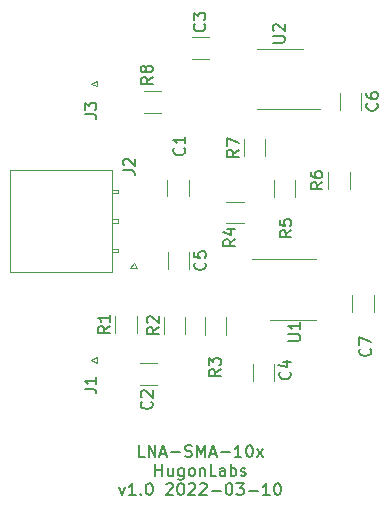
<source format=gto>
%TF.GenerationSoftware,KiCad,Pcbnew,6.0.2-378541a8eb~116~ubuntu20.04.1*%
%TF.CreationDate,2022-03-10T11:15:54-06:00*%
%TF.ProjectId,lna_sma_10x,6c6e615f-736d-4615-9f31-30782e6b6963,1.0*%
%TF.SameCoordinates,Original*%
%TF.FileFunction,Legend,Top*%
%TF.FilePolarity,Positive*%
%FSLAX46Y46*%
G04 Gerber Fmt 4.6, Leading zero omitted, Abs format (unit mm)*
G04 Created by KiCad (PCBNEW 6.0.2-378541a8eb~116~ubuntu20.04.1) date 2022-03-10 11:15:54*
%MOMM*%
%LPD*%
G01*
G04 APERTURE LIST*
%ADD10C,0.150000*%
%ADD11C,0.120000*%
G04 APERTURE END LIST*
D10*
X110785714Y-89717380D02*
X110309523Y-89717380D01*
X110309523Y-88717380D01*
X111119047Y-89717380D02*
X111119047Y-88717380D01*
X111690476Y-89717380D01*
X111690476Y-88717380D01*
X112119047Y-89431666D02*
X112595238Y-89431666D01*
X112023809Y-89717380D02*
X112357142Y-88717380D01*
X112690476Y-89717380D01*
X113023809Y-89336428D02*
X113785714Y-89336428D01*
X114214285Y-89669761D02*
X114357142Y-89717380D01*
X114595238Y-89717380D01*
X114690476Y-89669761D01*
X114738095Y-89622142D01*
X114785714Y-89526904D01*
X114785714Y-89431666D01*
X114738095Y-89336428D01*
X114690476Y-89288809D01*
X114595238Y-89241190D01*
X114404761Y-89193571D01*
X114309523Y-89145952D01*
X114261904Y-89098333D01*
X114214285Y-89003095D01*
X114214285Y-88907857D01*
X114261904Y-88812619D01*
X114309523Y-88765000D01*
X114404761Y-88717380D01*
X114642857Y-88717380D01*
X114785714Y-88765000D01*
X115214285Y-89717380D02*
X115214285Y-88717380D01*
X115547619Y-89431666D01*
X115880952Y-88717380D01*
X115880952Y-89717380D01*
X116309523Y-89431666D02*
X116785714Y-89431666D01*
X116214285Y-89717380D02*
X116547619Y-88717380D01*
X116880952Y-89717380D01*
X117214285Y-89336428D02*
X117976190Y-89336428D01*
X118976190Y-89717380D02*
X118404761Y-89717380D01*
X118690476Y-89717380D02*
X118690476Y-88717380D01*
X118595238Y-88860238D01*
X118500000Y-88955476D01*
X118404761Y-89003095D01*
X119595238Y-88717380D02*
X119690476Y-88717380D01*
X119785714Y-88765000D01*
X119833333Y-88812619D01*
X119880952Y-88907857D01*
X119928571Y-89098333D01*
X119928571Y-89336428D01*
X119880952Y-89526904D01*
X119833333Y-89622142D01*
X119785714Y-89669761D01*
X119690476Y-89717380D01*
X119595238Y-89717380D01*
X119500000Y-89669761D01*
X119452380Y-89622142D01*
X119404761Y-89526904D01*
X119357142Y-89336428D01*
X119357142Y-89098333D01*
X119404761Y-88907857D01*
X119452380Y-88812619D01*
X119500000Y-88765000D01*
X119595238Y-88717380D01*
X120261904Y-89717380D02*
X120785714Y-89050714D01*
X120261904Y-89050714D02*
X120785714Y-89717380D01*
X111690476Y-91327380D02*
X111690476Y-90327380D01*
X111690476Y-90803571D02*
X112261904Y-90803571D01*
X112261904Y-91327380D02*
X112261904Y-90327380D01*
X113166666Y-90660714D02*
X113166666Y-91327380D01*
X112738095Y-90660714D02*
X112738095Y-91184523D01*
X112785714Y-91279761D01*
X112880952Y-91327380D01*
X113023809Y-91327380D01*
X113119047Y-91279761D01*
X113166666Y-91232142D01*
X114071428Y-90660714D02*
X114071428Y-91470238D01*
X114023809Y-91565476D01*
X113976190Y-91613095D01*
X113880952Y-91660714D01*
X113738095Y-91660714D01*
X113642857Y-91613095D01*
X114071428Y-91279761D02*
X113976190Y-91327380D01*
X113785714Y-91327380D01*
X113690476Y-91279761D01*
X113642857Y-91232142D01*
X113595238Y-91136904D01*
X113595238Y-90851190D01*
X113642857Y-90755952D01*
X113690476Y-90708333D01*
X113785714Y-90660714D01*
X113976190Y-90660714D01*
X114071428Y-90708333D01*
X114690476Y-91327380D02*
X114595238Y-91279761D01*
X114547619Y-91232142D01*
X114500000Y-91136904D01*
X114500000Y-90851190D01*
X114547619Y-90755952D01*
X114595238Y-90708333D01*
X114690476Y-90660714D01*
X114833333Y-90660714D01*
X114928571Y-90708333D01*
X114976190Y-90755952D01*
X115023809Y-90851190D01*
X115023809Y-91136904D01*
X114976190Y-91232142D01*
X114928571Y-91279761D01*
X114833333Y-91327380D01*
X114690476Y-91327380D01*
X115452380Y-90660714D02*
X115452380Y-91327380D01*
X115452380Y-90755952D02*
X115500000Y-90708333D01*
X115595238Y-90660714D01*
X115738095Y-90660714D01*
X115833333Y-90708333D01*
X115880952Y-90803571D01*
X115880952Y-91327380D01*
X116833333Y-91327380D02*
X116357142Y-91327380D01*
X116357142Y-90327380D01*
X117595238Y-91327380D02*
X117595238Y-90803571D01*
X117547619Y-90708333D01*
X117452380Y-90660714D01*
X117261904Y-90660714D01*
X117166666Y-90708333D01*
X117595238Y-91279761D02*
X117500000Y-91327380D01*
X117261904Y-91327380D01*
X117166666Y-91279761D01*
X117119047Y-91184523D01*
X117119047Y-91089285D01*
X117166666Y-90994047D01*
X117261904Y-90946428D01*
X117500000Y-90946428D01*
X117595238Y-90898809D01*
X118071428Y-91327380D02*
X118071428Y-90327380D01*
X118071428Y-90708333D02*
X118166666Y-90660714D01*
X118357142Y-90660714D01*
X118452380Y-90708333D01*
X118500000Y-90755952D01*
X118547619Y-90851190D01*
X118547619Y-91136904D01*
X118500000Y-91232142D01*
X118452380Y-91279761D01*
X118357142Y-91327380D01*
X118166666Y-91327380D01*
X118071428Y-91279761D01*
X118928571Y-91279761D02*
X119023809Y-91327380D01*
X119214285Y-91327380D01*
X119309523Y-91279761D01*
X119357142Y-91184523D01*
X119357142Y-91136904D01*
X119309523Y-91041666D01*
X119214285Y-90994047D01*
X119071428Y-90994047D01*
X118976190Y-90946428D01*
X118928571Y-90851190D01*
X118928571Y-90803571D01*
X118976190Y-90708333D01*
X119071428Y-90660714D01*
X119214285Y-90660714D01*
X119309523Y-90708333D01*
X108642857Y-92270714D02*
X108880952Y-92937380D01*
X109119047Y-92270714D01*
X110023809Y-92937380D02*
X109452380Y-92937380D01*
X109738095Y-92937380D02*
X109738095Y-91937380D01*
X109642857Y-92080238D01*
X109547619Y-92175476D01*
X109452380Y-92223095D01*
X110452380Y-92842142D02*
X110500000Y-92889761D01*
X110452380Y-92937380D01*
X110404761Y-92889761D01*
X110452380Y-92842142D01*
X110452380Y-92937380D01*
X111119047Y-91937380D02*
X111214285Y-91937380D01*
X111309523Y-91985000D01*
X111357142Y-92032619D01*
X111404761Y-92127857D01*
X111452380Y-92318333D01*
X111452380Y-92556428D01*
X111404761Y-92746904D01*
X111357142Y-92842142D01*
X111309523Y-92889761D01*
X111214285Y-92937380D01*
X111119047Y-92937380D01*
X111023809Y-92889761D01*
X110976190Y-92842142D01*
X110928571Y-92746904D01*
X110880952Y-92556428D01*
X110880952Y-92318333D01*
X110928571Y-92127857D01*
X110976190Y-92032619D01*
X111023809Y-91985000D01*
X111119047Y-91937380D01*
X112595238Y-92032619D02*
X112642857Y-91985000D01*
X112738095Y-91937380D01*
X112976190Y-91937380D01*
X113071428Y-91985000D01*
X113119047Y-92032619D01*
X113166666Y-92127857D01*
X113166666Y-92223095D01*
X113119047Y-92365952D01*
X112547619Y-92937380D01*
X113166666Y-92937380D01*
X113785714Y-91937380D02*
X113880952Y-91937380D01*
X113976190Y-91985000D01*
X114023809Y-92032619D01*
X114071428Y-92127857D01*
X114119047Y-92318333D01*
X114119047Y-92556428D01*
X114071428Y-92746904D01*
X114023809Y-92842142D01*
X113976190Y-92889761D01*
X113880952Y-92937380D01*
X113785714Y-92937380D01*
X113690476Y-92889761D01*
X113642857Y-92842142D01*
X113595238Y-92746904D01*
X113547619Y-92556428D01*
X113547619Y-92318333D01*
X113595238Y-92127857D01*
X113642857Y-92032619D01*
X113690476Y-91985000D01*
X113785714Y-91937380D01*
X114500000Y-92032619D02*
X114547619Y-91985000D01*
X114642857Y-91937380D01*
X114880952Y-91937380D01*
X114976190Y-91985000D01*
X115023809Y-92032619D01*
X115071428Y-92127857D01*
X115071428Y-92223095D01*
X115023809Y-92365952D01*
X114452380Y-92937380D01*
X115071428Y-92937380D01*
X115452380Y-92032619D02*
X115500000Y-91985000D01*
X115595238Y-91937380D01*
X115833333Y-91937380D01*
X115928571Y-91985000D01*
X115976190Y-92032619D01*
X116023809Y-92127857D01*
X116023809Y-92223095D01*
X115976190Y-92365952D01*
X115404761Y-92937380D01*
X116023809Y-92937380D01*
X116452380Y-92556428D02*
X117214285Y-92556428D01*
X117880952Y-91937380D02*
X117976190Y-91937380D01*
X118071428Y-91985000D01*
X118119047Y-92032619D01*
X118166666Y-92127857D01*
X118214285Y-92318333D01*
X118214285Y-92556428D01*
X118166666Y-92746904D01*
X118119047Y-92842142D01*
X118071428Y-92889761D01*
X117976190Y-92937380D01*
X117880952Y-92937380D01*
X117785714Y-92889761D01*
X117738095Y-92842142D01*
X117690476Y-92746904D01*
X117642857Y-92556428D01*
X117642857Y-92318333D01*
X117690476Y-92127857D01*
X117738095Y-92032619D01*
X117785714Y-91985000D01*
X117880952Y-91937380D01*
X118547619Y-91937380D02*
X119166666Y-91937380D01*
X118833333Y-92318333D01*
X118976190Y-92318333D01*
X119071428Y-92365952D01*
X119119047Y-92413571D01*
X119166666Y-92508809D01*
X119166666Y-92746904D01*
X119119047Y-92842142D01*
X119071428Y-92889761D01*
X118976190Y-92937380D01*
X118690476Y-92937380D01*
X118595238Y-92889761D01*
X118547619Y-92842142D01*
X119595238Y-92556428D02*
X120357142Y-92556428D01*
X121357142Y-92937380D02*
X120785714Y-92937380D01*
X121071428Y-92937380D02*
X121071428Y-91937380D01*
X120976190Y-92080238D01*
X120880952Y-92175476D01*
X120785714Y-92223095D01*
X121976190Y-91937380D02*
X122071428Y-91937380D01*
X122166666Y-91985000D01*
X122214285Y-92032619D01*
X122261904Y-92127857D01*
X122309523Y-92318333D01*
X122309523Y-92556428D01*
X122261904Y-92746904D01*
X122214285Y-92842142D01*
X122166666Y-92889761D01*
X122071428Y-92937380D01*
X121976190Y-92937380D01*
X121880952Y-92889761D01*
X121833333Y-92842142D01*
X121785714Y-92746904D01*
X121738095Y-92556428D01*
X121738095Y-92318333D01*
X121785714Y-92127857D01*
X121833333Y-92032619D01*
X121880952Y-91985000D01*
X121976190Y-91937380D01*
%TO.C,U2*%
X121627380Y-54636904D02*
X122436904Y-54636904D01*
X122532142Y-54589285D01*
X122579761Y-54541666D01*
X122627380Y-54446428D01*
X122627380Y-54255952D01*
X122579761Y-54160714D01*
X122532142Y-54113095D01*
X122436904Y-54065476D01*
X121627380Y-54065476D01*
X121722619Y-53636904D02*
X121675000Y-53589285D01*
X121627380Y-53494047D01*
X121627380Y-53255952D01*
X121675000Y-53160714D01*
X121722619Y-53113095D01*
X121817857Y-53065476D01*
X121913095Y-53065476D01*
X122055952Y-53113095D01*
X122627380Y-53684523D01*
X122627380Y-53065476D01*
%TO.C,U1*%
X122952380Y-79886904D02*
X123761904Y-79886904D01*
X123857142Y-79839285D01*
X123904761Y-79791666D01*
X123952380Y-79696428D01*
X123952380Y-79505952D01*
X123904761Y-79410714D01*
X123857142Y-79363095D01*
X123761904Y-79315476D01*
X122952380Y-79315476D01*
X123952380Y-78315476D02*
X123952380Y-78886904D01*
X123952380Y-78601190D02*
X122952380Y-78601190D01*
X123095238Y-78696428D01*
X123190476Y-78791666D01*
X123238095Y-78886904D01*
%TO.C,R8*%
X111452380Y-57541666D02*
X110976190Y-57875000D01*
X111452380Y-58113095D02*
X110452380Y-58113095D01*
X110452380Y-57732142D01*
X110500000Y-57636904D01*
X110547619Y-57589285D01*
X110642857Y-57541666D01*
X110785714Y-57541666D01*
X110880952Y-57589285D01*
X110928571Y-57636904D01*
X110976190Y-57732142D01*
X110976190Y-58113095D01*
X110880952Y-56970238D02*
X110833333Y-57065476D01*
X110785714Y-57113095D01*
X110690476Y-57160714D01*
X110642857Y-57160714D01*
X110547619Y-57113095D01*
X110500000Y-57065476D01*
X110452380Y-56970238D01*
X110452380Y-56779761D01*
X110500000Y-56684523D01*
X110547619Y-56636904D01*
X110642857Y-56589285D01*
X110690476Y-56589285D01*
X110785714Y-56636904D01*
X110833333Y-56684523D01*
X110880952Y-56779761D01*
X110880952Y-56970238D01*
X110928571Y-57065476D01*
X110976190Y-57113095D01*
X111071428Y-57160714D01*
X111261904Y-57160714D01*
X111357142Y-57113095D01*
X111404761Y-57065476D01*
X111452380Y-56970238D01*
X111452380Y-56779761D01*
X111404761Y-56684523D01*
X111357142Y-56636904D01*
X111261904Y-56589285D01*
X111071428Y-56589285D01*
X110976190Y-56636904D01*
X110928571Y-56684523D01*
X110880952Y-56779761D01*
%TO.C,R7*%
X118732380Y-63716666D02*
X118256190Y-64050000D01*
X118732380Y-64288095D02*
X117732380Y-64288095D01*
X117732380Y-63907142D01*
X117780000Y-63811904D01*
X117827619Y-63764285D01*
X117922857Y-63716666D01*
X118065714Y-63716666D01*
X118160952Y-63764285D01*
X118208571Y-63811904D01*
X118256190Y-63907142D01*
X118256190Y-64288095D01*
X117732380Y-63383333D02*
X117732380Y-62716666D01*
X118732380Y-63145238D01*
%TO.C,R6*%
X125832380Y-66466666D02*
X125356190Y-66800000D01*
X125832380Y-67038095D02*
X124832380Y-67038095D01*
X124832380Y-66657142D01*
X124880000Y-66561904D01*
X124927619Y-66514285D01*
X125022857Y-66466666D01*
X125165714Y-66466666D01*
X125260952Y-66514285D01*
X125308571Y-66561904D01*
X125356190Y-66657142D01*
X125356190Y-67038095D01*
X124832380Y-65609523D02*
X124832380Y-65800000D01*
X124880000Y-65895238D01*
X124927619Y-65942857D01*
X125070476Y-66038095D01*
X125260952Y-66085714D01*
X125641904Y-66085714D01*
X125737142Y-66038095D01*
X125784761Y-65990476D01*
X125832380Y-65895238D01*
X125832380Y-65704761D01*
X125784761Y-65609523D01*
X125737142Y-65561904D01*
X125641904Y-65514285D01*
X125403809Y-65514285D01*
X125308571Y-65561904D01*
X125260952Y-65609523D01*
X125213333Y-65704761D01*
X125213333Y-65895238D01*
X125260952Y-65990476D01*
X125308571Y-66038095D01*
X125403809Y-66085714D01*
%TO.C,R5*%
X123202380Y-70541666D02*
X122726190Y-70875000D01*
X123202380Y-71113095D02*
X122202380Y-71113095D01*
X122202380Y-70732142D01*
X122250000Y-70636904D01*
X122297619Y-70589285D01*
X122392857Y-70541666D01*
X122535714Y-70541666D01*
X122630952Y-70589285D01*
X122678571Y-70636904D01*
X122726190Y-70732142D01*
X122726190Y-71113095D01*
X122202380Y-69636904D02*
X122202380Y-70113095D01*
X122678571Y-70160714D01*
X122630952Y-70113095D01*
X122583333Y-70017857D01*
X122583333Y-69779761D01*
X122630952Y-69684523D01*
X122678571Y-69636904D01*
X122773809Y-69589285D01*
X123011904Y-69589285D01*
X123107142Y-69636904D01*
X123154761Y-69684523D01*
X123202380Y-69779761D01*
X123202380Y-70017857D01*
X123154761Y-70113095D01*
X123107142Y-70160714D01*
%TO.C,R4*%
X118452380Y-71291666D02*
X117976190Y-71625000D01*
X118452380Y-71863095D02*
X117452380Y-71863095D01*
X117452380Y-71482142D01*
X117500000Y-71386904D01*
X117547619Y-71339285D01*
X117642857Y-71291666D01*
X117785714Y-71291666D01*
X117880952Y-71339285D01*
X117928571Y-71386904D01*
X117976190Y-71482142D01*
X117976190Y-71863095D01*
X117785714Y-70434523D02*
X118452380Y-70434523D01*
X117404761Y-70672619D02*
X118119047Y-70910714D01*
X118119047Y-70291666D01*
%TO.C,R3*%
X117202380Y-82291666D02*
X116726190Y-82625000D01*
X117202380Y-82863095D02*
X116202380Y-82863095D01*
X116202380Y-82482142D01*
X116250000Y-82386904D01*
X116297619Y-82339285D01*
X116392857Y-82291666D01*
X116535714Y-82291666D01*
X116630952Y-82339285D01*
X116678571Y-82386904D01*
X116726190Y-82482142D01*
X116726190Y-82863095D01*
X116202380Y-81958333D02*
X116202380Y-81339285D01*
X116583333Y-81672619D01*
X116583333Y-81529761D01*
X116630952Y-81434523D01*
X116678571Y-81386904D01*
X116773809Y-81339285D01*
X117011904Y-81339285D01*
X117107142Y-81386904D01*
X117154761Y-81434523D01*
X117202380Y-81529761D01*
X117202380Y-81815476D01*
X117154761Y-81910714D01*
X117107142Y-81958333D01*
%TO.C,R2*%
X111957380Y-78741666D02*
X111481190Y-79075000D01*
X111957380Y-79313095D02*
X110957380Y-79313095D01*
X110957380Y-78932142D01*
X111005000Y-78836904D01*
X111052619Y-78789285D01*
X111147857Y-78741666D01*
X111290714Y-78741666D01*
X111385952Y-78789285D01*
X111433571Y-78836904D01*
X111481190Y-78932142D01*
X111481190Y-79313095D01*
X111052619Y-78360714D02*
X111005000Y-78313095D01*
X110957380Y-78217857D01*
X110957380Y-77979761D01*
X111005000Y-77884523D01*
X111052619Y-77836904D01*
X111147857Y-77789285D01*
X111243095Y-77789285D01*
X111385952Y-77836904D01*
X111957380Y-78408333D01*
X111957380Y-77789285D01*
%TO.C,R1*%
X107832380Y-78641666D02*
X107356190Y-78975000D01*
X107832380Y-79213095D02*
X106832380Y-79213095D01*
X106832380Y-78832142D01*
X106880000Y-78736904D01*
X106927619Y-78689285D01*
X107022857Y-78641666D01*
X107165714Y-78641666D01*
X107260952Y-78689285D01*
X107308571Y-78736904D01*
X107356190Y-78832142D01*
X107356190Y-79213095D01*
X107832380Y-77689285D02*
X107832380Y-78260714D01*
X107832380Y-77975000D02*
X106832380Y-77975000D01*
X106975238Y-78070238D01*
X107070476Y-78165476D01*
X107118095Y-78260714D01*
%TO.C,J3*%
X105702380Y-60708333D02*
X106416666Y-60708333D01*
X106559523Y-60755952D01*
X106654761Y-60851190D01*
X106702380Y-60994047D01*
X106702380Y-61089285D01*
X105702380Y-60327380D02*
X105702380Y-59708333D01*
X106083333Y-60041666D01*
X106083333Y-59898809D01*
X106130952Y-59803571D01*
X106178571Y-59755952D01*
X106273809Y-59708333D01*
X106511904Y-59708333D01*
X106607142Y-59755952D01*
X106654761Y-59803571D01*
X106702380Y-59898809D01*
X106702380Y-60184523D01*
X106654761Y-60279761D01*
X106607142Y-60327380D01*
%TO.C,J2*%
X108952380Y-65458333D02*
X109666666Y-65458333D01*
X109809523Y-65505952D01*
X109904761Y-65601190D01*
X109952380Y-65744047D01*
X109952380Y-65839285D01*
X109047619Y-65029761D02*
X109000000Y-64982142D01*
X108952380Y-64886904D01*
X108952380Y-64648809D01*
X109000000Y-64553571D01*
X109047619Y-64505952D01*
X109142857Y-64458333D01*
X109238095Y-64458333D01*
X109380952Y-64505952D01*
X109952380Y-65077380D01*
X109952380Y-64458333D01*
%TO.C,J1*%
X105702380Y-83958333D02*
X106416666Y-83958333D01*
X106559523Y-84005952D01*
X106654761Y-84101190D01*
X106702380Y-84244047D01*
X106702380Y-84339285D01*
X106702380Y-82958333D02*
X106702380Y-83529761D01*
X106702380Y-83244047D02*
X105702380Y-83244047D01*
X105845238Y-83339285D01*
X105940476Y-83434523D01*
X105988095Y-83529761D01*
%TO.C,C7*%
X129857142Y-80541666D02*
X129904761Y-80589285D01*
X129952380Y-80732142D01*
X129952380Y-80827380D01*
X129904761Y-80970238D01*
X129809523Y-81065476D01*
X129714285Y-81113095D01*
X129523809Y-81160714D01*
X129380952Y-81160714D01*
X129190476Y-81113095D01*
X129095238Y-81065476D01*
X129000000Y-80970238D01*
X128952380Y-80827380D01*
X128952380Y-80732142D01*
X129000000Y-80589285D01*
X129047619Y-80541666D01*
X128952380Y-80208333D02*
X128952380Y-79541666D01*
X129952380Y-79970238D01*
%TO.C,C6*%
X130432142Y-59766666D02*
X130479761Y-59814285D01*
X130527380Y-59957142D01*
X130527380Y-60052380D01*
X130479761Y-60195238D01*
X130384523Y-60290476D01*
X130289285Y-60338095D01*
X130098809Y-60385714D01*
X129955952Y-60385714D01*
X129765476Y-60338095D01*
X129670238Y-60290476D01*
X129575000Y-60195238D01*
X129527380Y-60052380D01*
X129527380Y-59957142D01*
X129575000Y-59814285D01*
X129622619Y-59766666D01*
X129527380Y-58909523D02*
X129527380Y-59100000D01*
X129575000Y-59195238D01*
X129622619Y-59242857D01*
X129765476Y-59338095D01*
X129955952Y-59385714D01*
X130336904Y-59385714D01*
X130432142Y-59338095D01*
X130479761Y-59290476D01*
X130527380Y-59195238D01*
X130527380Y-59004761D01*
X130479761Y-58909523D01*
X130432142Y-58861904D01*
X130336904Y-58814285D01*
X130098809Y-58814285D01*
X130003571Y-58861904D01*
X129955952Y-58909523D01*
X129908333Y-59004761D01*
X129908333Y-59195238D01*
X129955952Y-59290476D01*
X130003571Y-59338095D01*
X130098809Y-59385714D01*
%TO.C,C5*%
X115857142Y-73254166D02*
X115904761Y-73301785D01*
X115952380Y-73444642D01*
X115952380Y-73539880D01*
X115904761Y-73682738D01*
X115809523Y-73777976D01*
X115714285Y-73825595D01*
X115523809Y-73873214D01*
X115380952Y-73873214D01*
X115190476Y-73825595D01*
X115095238Y-73777976D01*
X115000000Y-73682738D01*
X114952380Y-73539880D01*
X114952380Y-73444642D01*
X115000000Y-73301785D01*
X115047619Y-73254166D01*
X114952380Y-72349404D02*
X114952380Y-72825595D01*
X115428571Y-72873214D01*
X115380952Y-72825595D01*
X115333333Y-72730357D01*
X115333333Y-72492261D01*
X115380952Y-72397023D01*
X115428571Y-72349404D01*
X115523809Y-72301785D01*
X115761904Y-72301785D01*
X115857142Y-72349404D01*
X115904761Y-72397023D01*
X115952380Y-72492261D01*
X115952380Y-72730357D01*
X115904761Y-72825595D01*
X115857142Y-72873214D01*
%TO.C,C4*%
X123057142Y-82516666D02*
X123104761Y-82564285D01*
X123152380Y-82707142D01*
X123152380Y-82802380D01*
X123104761Y-82945238D01*
X123009523Y-83040476D01*
X122914285Y-83088095D01*
X122723809Y-83135714D01*
X122580952Y-83135714D01*
X122390476Y-83088095D01*
X122295238Y-83040476D01*
X122200000Y-82945238D01*
X122152380Y-82802380D01*
X122152380Y-82707142D01*
X122200000Y-82564285D01*
X122247619Y-82516666D01*
X122485714Y-81659523D02*
X123152380Y-81659523D01*
X122104761Y-81897619D02*
X122819047Y-82135714D01*
X122819047Y-81516666D01*
%TO.C,C3*%
X115832142Y-53041666D02*
X115879761Y-53089285D01*
X115927380Y-53232142D01*
X115927380Y-53327380D01*
X115879761Y-53470238D01*
X115784523Y-53565476D01*
X115689285Y-53613095D01*
X115498809Y-53660714D01*
X115355952Y-53660714D01*
X115165476Y-53613095D01*
X115070238Y-53565476D01*
X114975000Y-53470238D01*
X114927380Y-53327380D01*
X114927380Y-53232142D01*
X114975000Y-53089285D01*
X115022619Y-53041666D01*
X114927380Y-52708333D02*
X114927380Y-52089285D01*
X115308333Y-52422619D01*
X115308333Y-52279761D01*
X115355952Y-52184523D01*
X115403571Y-52136904D01*
X115498809Y-52089285D01*
X115736904Y-52089285D01*
X115832142Y-52136904D01*
X115879761Y-52184523D01*
X115927380Y-52279761D01*
X115927380Y-52565476D01*
X115879761Y-52660714D01*
X115832142Y-52708333D01*
%TO.C,C2*%
X111357142Y-85041666D02*
X111404761Y-85089285D01*
X111452380Y-85232142D01*
X111452380Y-85327380D01*
X111404761Y-85470238D01*
X111309523Y-85565476D01*
X111214285Y-85613095D01*
X111023809Y-85660714D01*
X110880952Y-85660714D01*
X110690476Y-85613095D01*
X110595238Y-85565476D01*
X110500000Y-85470238D01*
X110452380Y-85327380D01*
X110452380Y-85232142D01*
X110500000Y-85089285D01*
X110547619Y-85041666D01*
X110547619Y-84660714D02*
X110500000Y-84613095D01*
X110452380Y-84517857D01*
X110452380Y-84279761D01*
X110500000Y-84184523D01*
X110547619Y-84136904D01*
X110642857Y-84089285D01*
X110738095Y-84089285D01*
X110880952Y-84136904D01*
X111452380Y-84708333D01*
X111452380Y-84089285D01*
%TO.C,C1*%
X114107142Y-63541666D02*
X114154761Y-63589285D01*
X114202380Y-63732142D01*
X114202380Y-63827380D01*
X114154761Y-63970238D01*
X114059523Y-64065476D01*
X113964285Y-64113095D01*
X113773809Y-64160714D01*
X113630952Y-64160714D01*
X113440476Y-64113095D01*
X113345238Y-64065476D01*
X113250000Y-63970238D01*
X113202380Y-63827380D01*
X113202380Y-63732142D01*
X113250000Y-63589285D01*
X113297619Y-63541666D01*
X114202380Y-62589285D02*
X114202380Y-63160714D01*
X114202380Y-62875000D02*
X113202380Y-62875000D01*
X113345238Y-62970238D01*
X113440476Y-63065476D01*
X113488095Y-63160714D01*
D11*
%TO.C,U2*%
X122200000Y-60285000D02*
X120250000Y-60285000D01*
X122200000Y-55165000D02*
X120250000Y-55165000D01*
X122200000Y-60285000D02*
X125650000Y-60285000D01*
X122200000Y-55165000D02*
X124150000Y-55165000D01*
%TO.C,U1*%
X123300000Y-72965000D02*
X125250000Y-72965000D01*
X123300000Y-78085000D02*
X125250000Y-78085000D01*
X123300000Y-72965000D02*
X119850000Y-72965000D01*
X123300000Y-78085000D02*
X121350000Y-78085000D01*
%TO.C,R8*%
X112152064Y-60560000D02*
X110697936Y-60560000D01*
X112152064Y-58740000D02*
X110697936Y-58740000D01*
%TO.C,R7*%
X119190000Y-64277064D02*
X119190000Y-62822936D01*
X121010000Y-64277064D02*
X121010000Y-62822936D01*
%TO.C,R6*%
X126315000Y-67027064D02*
X126315000Y-65572936D01*
X128135000Y-67027064D02*
X128135000Y-65572936D01*
%TO.C,R5*%
X121690000Y-67702064D02*
X121690000Y-66247936D01*
X123510000Y-67702064D02*
X123510000Y-66247936D01*
%TO.C,R4*%
X117697936Y-68090000D02*
X119152064Y-68090000D01*
X117697936Y-69910000D02*
X119152064Y-69910000D01*
%TO.C,R3*%
X115865000Y-79352064D02*
X115865000Y-77897936D01*
X117685000Y-79352064D02*
X117685000Y-77897936D01*
%TO.C,R2*%
X112415000Y-79302064D02*
X112415000Y-77847936D01*
X114235000Y-79302064D02*
X114235000Y-77847936D01*
%TO.C,R1*%
X110110000Y-79202064D02*
X110110000Y-77747936D01*
X108290000Y-79202064D02*
X108290000Y-77747936D01*
%TO.C,J3*%
X106247500Y-58100000D02*
X106747500Y-58350000D01*
X106747500Y-58350000D02*
X106747500Y-57850000D01*
X106747500Y-57850000D02*
X106247500Y-58100000D01*
%TO.C,J2*%
X108505000Y-72075000D02*
X108055000Y-72075000D01*
X108055000Y-65395000D02*
X99375000Y-65395000D01*
X108055000Y-69875000D02*
X108505000Y-69875000D01*
X108505000Y-67075000D02*
X108055000Y-67075000D01*
X108055000Y-72075000D02*
X108055000Y-72375000D01*
X108055000Y-72375000D02*
X108505000Y-72375000D01*
X108505000Y-72375000D02*
X108505000Y-72075000D01*
X108055000Y-67375000D02*
X108505000Y-67375000D01*
X108055000Y-69575000D02*
X108055000Y-69875000D01*
X108505000Y-69575000D02*
X108055000Y-69575000D01*
X108505000Y-69875000D02*
X108505000Y-69575000D01*
X99375000Y-74055000D02*
X108055000Y-74055000D01*
X108055000Y-74055000D02*
X108055000Y-65395000D01*
X99375000Y-65395000D02*
X99375000Y-74055000D01*
X109865000Y-73335000D02*
X109565000Y-73759264D01*
X110165000Y-73759264D02*
X109865000Y-73335000D01*
X108505000Y-67375000D02*
X108505000Y-67075000D01*
X109565000Y-73759264D02*
X110165000Y-73759264D01*
X108055000Y-67075000D02*
X108055000Y-67375000D01*
%TO.C,J1*%
X106247488Y-81474996D02*
X106747488Y-81724996D01*
X106747488Y-81724996D02*
X106747488Y-81224996D01*
X106747488Y-81224996D02*
X106247488Y-81474996D01*
%TO.C,C7*%
X128340000Y-77411252D02*
X128340000Y-75988748D01*
X130160000Y-77411252D02*
X130160000Y-75988748D01*
%TO.C,C6*%
X129135000Y-58888748D02*
X129135000Y-60311252D01*
X127315000Y-58888748D02*
X127315000Y-60311252D01*
%TO.C,C5*%
X112740000Y-72376248D02*
X112740000Y-73798752D01*
X114560000Y-72376248D02*
X114560000Y-73798752D01*
%TO.C,C4*%
X119940000Y-81838748D02*
X119940000Y-83261252D01*
X121760000Y-81838748D02*
X121760000Y-83261252D01*
%TO.C,C3*%
X116186252Y-54165000D02*
X114763748Y-54165000D01*
X116186252Y-55985000D02*
X114763748Y-55985000D01*
%TO.C,C2*%
X110388748Y-83610000D02*
X111811252Y-83610000D01*
X110388748Y-81790000D02*
X111811252Y-81790000D01*
%TO.C,C1*%
X114510000Y-66226248D02*
X114510000Y-67648752D01*
X112690000Y-66226248D02*
X112690000Y-67648752D01*
%TD*%
M02*

</source>
